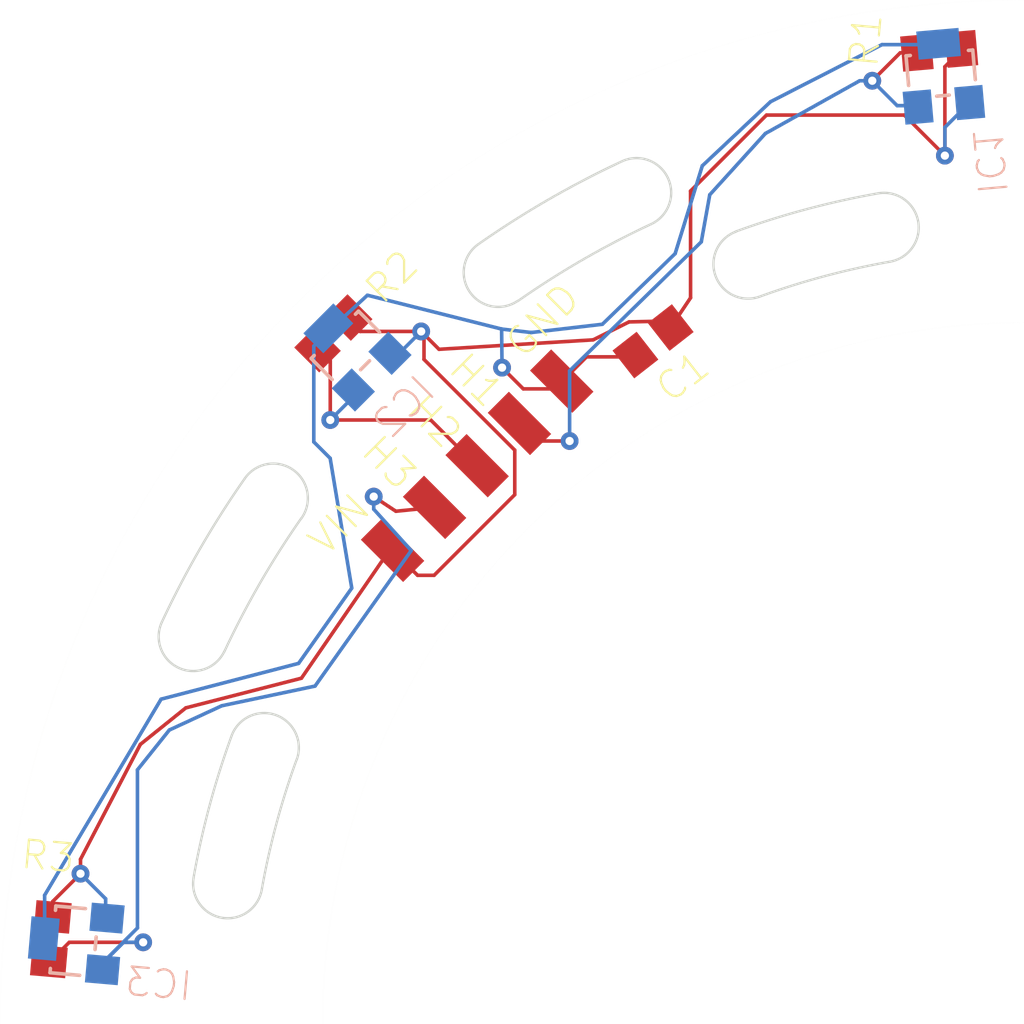
<source format=kicad_pcb>
(kicad_pcb (version 20221018) (generator pcbnew)
  (layers (0 "F.Cu" signal) (31 "B.Cu" signal) (34 "B.Paste" user) (35 "F.Paste" user) (36 "B.SilkS" user "B.Silkscreen") (37 "F.SilkS" user "F.Silkscreen") (38 "B.Mask" user) (39 "F.Mask" user) (44 "Edge.Cuts" user))
  (net 0 "")
  (net 1 "N$1")
  (net 2 "N$3")
  (net 3 "N$5")
  (net 4 "N$6")
  (net 5 "N$7")
  (footprint "Sensor Array:SMD1,27-2,54" (layer "F.Cu") (at -21.4421 -25.520138 45)
    (fp_text reference "H1" (at 0.003377 -3.829485 -45) (layer "F.SilkS") (effects (font (size 1.176528 1.176528) (thickness 0.093472)) (justify left)))
    (fp_text value "")
    (pad "1" smd rect (at 0 0 45) (size 1.27 2.54) (layers "F.Cu" "F.Paste" "F.Mask") (net 5 "N$7"))
  )
  (footprint "Sensor Array:SMD1,27-2,54" (layer "F.Cu") (at -19.64605 -27.316185 45)
    (fp_text reference "GND" (at -0.603773 -2.388042 225) (layer "F.SilkS") (effects (font (size 1.176528 1.176528) (thickness 0.093472)) (justify left)))
    (fp_text value "")
    (pad "1" smd rect (at 0 0 45) (size 1.27 2.54) (layers "F.Cu" "F.Paste" "F.Mask") (net 1 "N$1"))
  )
  (footprint "Sensor Array:R0805" (layer "F.Cu") (at -41.342081 -3.616963 85)
    (fp_text reference "R3" (at 3.494658 -1.634331 355) (layer "F.SilkS") (effects (font (size 1.176528 1.176528) (thickness 0.093472)) (justify left)))
    (fp_text value "10k" hide)
    (pad "1" smd rect (at -0.95 0 85) (size 1.3 1.5) (layers "F.Cu" "F.Paste" "F.Mask") (net 3 "N$5"))
    (pad "2" smd rect (at 0.95 0 85) (size 1.3 1.5) (layers "F.Cu" "F.Paste" "F.Mask") (net 2 "N$3"))
  )
  (footprint "Sensor Array:R0805" (layer "F.Cu") (at -3.616962 -41.342082 5)
    (fp_text reference "R1" (at -3.279915 0.470897 85) (layer "F.SilkS") (effects (font (size 1.176528 1.176528) (thickness 0.093472)) (justify left)))
    (fp_text value "10k" hide)
    (pad "1" smd rect (at -0.95 0 5) (size 1.3 1.5) (layers "F.Cu" "F.Paste" "F.Mask") (net 5 "N$7"))
    (pad "2" smd rect (at 0.95 0 5) (size 1.3 1.5) (layers "F.Cu" "F.Paste" "F.Mask") (net 2 "N$3"))
  )
  (footprint "Sensor Array:C0805" (layer "F.Cu") (at -15.767796 -29.007476 38)
    (fp_text reference "C1" (at -1.153959 1.963272 38) (layer "F.SilkS") (effects (font (size 1.176528 1.176528) (thickness 0.093472)) (justify left)))
    (fp_text value "100nF" hide)
    (pad "1" smd rect (at -0.95 0 38) (size 1.3 1.5) (layers "F.Cu" "F.Paste" "F.Mask") (net 1 "N$1"))
    (pad "2" smd rect (at 0.95 0 38) (size 1.3 1.5) (layers "F.Cu" "F.Paste" "F.Mask") (net 2 "N$3"))
  )
  (footprint "Sensor Array:R0805" (layer "F.Cu") (at -29.344931 -29.344932 45)
    (fp_text reference "R2" (at 2.24202 0.061058 45) (layer "F.SilkS") (effects (font (size 1.176528 1.176528) (thickness 0.093472)) (justify left)))
    (fp_text value "10k")
    (pad "1" smd rect (at -0.95 0 45) (size 1.3 1.5) (layers "F.Cu" "F.Paste" "F.Mask") (net 4 "N$6"))
    (pad "2" smd rect (at 0.95 0 45) (size 1.3 1.5) (layers "F.Cu" "F.Paste" "F.Mask") (net 2 "N$3"))
  )
  (footprint "Sensor Array:SMD1,27-2,54" (layer "F.Cu") (at -23.23815 -23.724079 45)
    (fp_text reference "H2" (at 0.053614 -3.862252 -45) (layer "F.SilkS") (effects (font (size 1.176528 1.176528) (thickness 0.093472)) (justify left)))
    (fp_text value "")
    (pad "1" smd rect (at 0 0 45) (size 1.27 2.54) (layers "F.Cu" "F.Paste" "F.Mask") (net 4 "N$6"))
  )
  (footprint "Sensor Array:SMD1,27-2,54" (layer "F.Cu") (at -25.045684 -21.955747 45)
    (fp_text reference "H3" (at -0.022296 -3.949192 -45) (layer "F.SilkS") (effects (font (size 1.176528 1.176528) (thickness 0.093472)) (justify left)))
    (fp_text value "")
    (pad "1" smd rect (at 0 0 45) (size 1.27 2.54) (layers "F.Cu" "F.Paste" "F.Mask") (net 3 "N$5"))
  )
  (footprint "Sensor Array:SMD1,27-2,54" (layer "F.Cu") (at -26.830256 -20.131976 45)
    (fp_text reference "VIN" (at -2.288369 -2.371664 225) (layer "F.SilkS") (effects (font (size 1.176528 1.176528) (thickness 0.093472)) (justify left)))
    (fp_text value "")
    (pad "1" smd rect (at 0 0 45) (size 1.27 2.54) (layers "F.Cu" "F.Paste" "F.Mask") (net 2 "N$3"))
  )
  (footprint "Sensor Array:SOT23-W" (layer "B.Cu") (at -40.345884 -3.529807 -95)
    (fp_text reference "IC3" (at 1.492022 -5.219774 -5) (layer "B.SilkS") (effects (font (size 1.176528 1.176528) (thickness 0.093472)) (justify left mirror)))
    (fp_text value "A1202LH" hide)
    (fp_line (start -1.4224 -0.3524) (end -1.4224 0.9104) (stroke (width 0.1524)) (layer "B.SilkS"))
    (fp_line (start -1.4224 0.9104) (end -1.2386 0.9104) (stroke (width 0.1524)) (layer "B.SilkS"))
    (fp_line (start 0.2724 -0.9104) (end -0.2614 -0.9104) (stroke (width 0.1524)) (layer "B.SilkS"))
    (fp_line (start 1.2386 0.9104) (end 1.4224 0.9104) (stroke (width 0.1524)) (layer "B.SilkS"))
    (fp_line (start 1.4224 0.9104) (end 1.4224 -0.3524) (stroke (width 0.1524)) (layer "B.SilkS"))
    (pad "1" smd rect (at -1.1 -1.3 265) (size 1.2 1.4) (layers "B.Cu" "B.Paste" "B.Mask") (net 2 "N$3"))
    (pad "2" smd rect (at 1.1 -1.3 265) (size 1.2 1.4) (layers "B.Cu" "B.Paste" "B.Mask") (net 3 "N$5"))
    (pad "3" smd rect (at 0 1.3 265) (size 1.8 1.2) (layers "B.Cu" "B.Paste" "B.Mask") (net 1 "N$1"))
  )
  (footprint "Sensor Array:SOT23-W" (layer "B.Cu") (at -28.637825 -28.637826 -135)
    (fp_text reference "IC2" (at -1.404371 -3.334569 -135) (layer "B.SilkS") (effects (font (size 1.176528 1.176528) (thickness 0.093472)) (justify left mirror)))
    (fp_text value "A1202LH" hide)
    (fp_line (start -1.4224 -0.3524) (end -1.4224 0.9104) (stroke (width 0.1524)) (layer "B.SilkS"))
    (fp_line (start -1.4224 0.9104) (end -1.2386 0.9104) (stroke (width 0.1524)) (layer "B.SilkS"))
    (fp_line (start 0.2724 -0.9104) (end -0.2614 -0.9104) (stroke (width 0.1524)) (layer "B.SilkS"))
    (fp_line (start 1.2386 0.9104) (end 1.4224 0.9104) (stroke (width 0.1524)) (layer "B.SilkS"))
    (fp_line (start 1.4224 0.9104) (end 1.4224 -0.3524) (stroke (width 0.1524)) (layer "B.SilkS"))
    (pad "1" smd rect (at -1.1 -1.3 225) (size 1.2 1.4) (layers "B.Cu" "B.Paste" "B.Mask") (net 2 "N$3"))
    (pad "2" smd rect (at 1.1 -1.3 225) (size 1.2 1.4) (layers "B.Cu" "B.Paste" "B.Mask") (net 4 "N$6"))
    (pad "3" smd rect (at 0 1.3 225) (size 1.8 1.2) (layers "B.Cu" "B.Paste" "B.Mask") (net 1 "N$1"))
  )
  (footprint "Sensor Array:SOT23-W" (layer "B.Cu") (at -3.529806 -40.345885 -175)
    (fp_text reference "IC1" (at -1.702489 -5.339855 -85) (layer "B.SilkS") (effects (font (size 1.176528 1.176528) (thickness 0.093472)) (justify left mirror)))
    (fp_text value "A1202LH" hide)
    (fp_line (start -1.4224 -0.3524) (end -1.4224 0.9104) (stroke (width 0.1524)) (layer "B.SilkS"))
    (fp_line (start -1.4224 0.9104) (end -1.2386 0.9104) (stroke (width 0.1524)) (layer "B.SilkS"))
    (fp_line (start 0.2724 -0.9104) (end -0.2614 -0.9104) (stroke (width 0.1524)) (layer "B.SilkS"))
    (fp_line (start 1.2386 0.9104) (end 1.4224 0.9104) (stroke (width 0.1524)) (layer "B.SilkS"))
    (fp_line (start 1.4224 0.9104) (end 1.4224 -0.3524) (stroke (width 0.1524)) (layer "B.SilkS"))
    (pad "1" smd rect (at -1.1 -1.3 185) (size 1.2 1.4) (layers "B.Cu" "B.Paste" "B.Mask") (net 2 "N$3"))
    (pad "2" smd rect (at 1.1 -1.3 185) (size 1.2 1.4) (layers "B.Cu" "B.Paste" "B.Mask") (net 5 "N$7"))
    (pad "3" smd rect (at 0 1.3 185) (size 1.8 1.2) (layers "B.Cu" "B.Paste" "B.Mask") (net 1 "N$1"))
  )
  (gr_arc (start -6.217025 -35.288403) (mid -4.509456 -34.096408) (end -5.701391 -32.388802) (stroke (width 0.1)) (layer "Edge.Cuts"))
  (gr_arc (start -11.240603 -30.904438) (mid -8.503406 -31.767561) (end -5.701391 -32.388802) (stroke (width 0.1)) (layer "Edge.Cuts"))
  (gr_arc (start -17.093562 -36.647654) (mid -15.134188 -35.938672) (end -15.852608 -33.98273) (stroke (width 0.1)) (layer "Edge.Cuts"))
  (gr_arc (start -21.515595 -30.723934) (mid -23.551878 -31.088224) (end -23.193508 -33.125543) (stroke (width 0.1)) (layer "Edge.Cuts"))
  (gr_arc (start -29.8 -0.000001) (mid -21.071782 -21.071782) (end 0 -29.800001) (stroke (width 0.001)) (layer "Edge.Cuts"))
  (gr_line (start -43.5 -0.000001) (end -29.8 -0.000001) (stroke (width 0.001)) (layer "Edge.Cuts"))
  (gr_arc (start -32.386324 -5.709327) (mid -31.765216 -8.511369) (end -30.902217 -11.248603) (stroke (width 0.1)) (layer "Edge.Cuts"))
  (gr_arc (start -33.971028 -15.834483) (mid -32.461355 -18.735096) (end -30.704748 -21.493176) (stroke (width 0.1)) (layer "Edge.Cuts"))
  (gr_arc (start -32.386325 -5.709327) (mid -34.086699 -4.521798) (end -35.279814 -6.218189) (stroke (width 0.1)) (layer "Edge.Cuts"))
  (gr_arc (start -33.107742 -23.177666) (mid -31.056451 -23.543273) (end -30.700581 -21.490251) (stroke (width 0.1)) (layer "Edge.Cuts"))
  (gr_arc (start -33.97556 -15.836618) (mid -35.921101 -15.134045) (end -36.62948 -17.077514) (stroke (width 0.1)) (layer "Edge.Cuts"))
  (gr_arc (start -35.282217 -6.218603) (mid -34.60608 -9.269672) (end -33.66669 -12.25023) (stroke (width 0.1)) (layer "Edge.Cuts"))
  (gr_arc (start -11.240603 -30.904438) (mid -13.119116 -31.783255) (end -12.246657 -33.664706) (stroke (width 0.1)) (layer "Edge.Cuts"))
  (gr_arc (start -36.62948 -17.077514) (mid -35.001726 -20.204443) (end -33.107827 -23.177726) (stroke (width 0.1)) (layer "Edge.Cuts"))
  (gr_arc (start -33.66669 -12.25023) (mid -31.780648 -13.13303) (end -30.897742 -11.246982) (stroke (width 0.1)) (layer "Edge.Cuts"))
  (gr_line (start 0 -29.800001) (end 0 -43.500001) (stroke (width 0.001)) (layer "Edge.Cuts"))
  (gr_arc (start -21.510635 -30.715299) (mid -18.752912 -32.472465) (end -15.852608 -33.98273) (stroke (width 0.1)) (layer "Edge.Cuts"))
  (gr_arc (start -23.193508 -33.125543) (mid -20.22037 -35.019669) (end -17.093562 -36.647654) (stroke (width 0.1)) (layer "Edge.Cuts"))
  (gr_arc (start -43.5 -0.000001) (mid -30.759145 -30.759145) (end 0 -43.500001) (stroke (width 0.001)) (layer "Edge.Cuts"))
  (gr_arc (start -12.248331 -33.671678) (mid -9.26796 -34.611661) (end -6.217025 -35.288403) (stroke (width 0.1)) (layer "Edge.Cuts"))
  (segment (start -19.5072 -27.432001) (end -18.5928 -28.346401) (width 0.1524) (layer "F.Cu") (net 1))
  (segment (start -22.1804 -27.888401) (end -21.2784 -26.986401) (width 0.1524) (layer "F.Cu") (net 1))
  (segment (start -16.6116 -28.346401) (end -16.516406 -28.422594) (width 0.1524) (layer "F.Cu") (net 1))
  (segment (start -19.64605 -27.316185) (end -19.975834 -26.986401) (width 0.1524) (layer "F.Cu") (net 1))
  (segment (start -19.975834 -26.986401) (end -21.2784 -26.986401) (width 0.1524) (layer "F.Cu") (net 1))
  (segment (start -19.5072 -27.432001) (end -19.64605 -27.316185) (width 0.1524) (layer "F.Cu") (net 1))
  (segment (start -18.5928 -28.346401) (end -16.6116 -28.346401) (width 0.1524) (layer "F.Cu") (net 1))
  (via (at -22.1804 -27.888401) (size 0.7564) (drill 0.35) (layers "F.Cu" "B.Cu") (net 1))
  (segment (start -41.640937 -3.643107) (end -41.6052 -3.657601) (width 0.1524) (layer "B.Cu") (net 1))
  (segment (start -29.5656 -29.413201) (end -29.557065 -29.557063) (width 0.1524) (layer "B.Cu") (net 1))
  (segment (start -13.676552 -36.459348) (end -10.78 -39.180001) (width 0.1524) (layer "B.Cu") (net 1))
  (segment (start -17.92 -29.730001) (end -14.83 -32.730001) (width 0.1524) (layer "B.Cu") (net 1))
  (segment (start -10.78 -39.180001) (end -6.0448 -41.605201) (width 0.1524) (layer "B.Cu") (net 1))
  (segment (start -41.6052 -5.484488) (end -36.66 -13.810001) (width 0.1524) (layer "B.Cu") (net 1))
  (segment (start -30.82 -15.330001) (end -28.562834 -18.526854) (width 0.1524) (layer "B.Cu") (net 1))
  (segment (start -30.1752 -24.735201) (end -30.1752 -28.803601) (width 0.1524) (layer "B.Cu") (net 1))
  (segment (start -30.1752 -28.803601) (end -29.5656 -29.413201) (width 0.1524) (layer "B.Cu") (net 1))
  (segment (start -22.199303 -29.527253) (end -22.1804 -27.888401) (width 0.1524) (layer "B.Cu") (net 1))
  (segment (start -6.0448 -41.605201) (end -3.6576 -41.605201) (width 0.1524) (layer "B.Cu") (net 1))
  (segment (start -29.48 -24.040001) (end -30.1752 -24.735201) (width 0.1524) (layer "B.Cu") (net 1))
  (segment (start -29.557065 -29.557063) (end -29.4132 -29.565601) (width 0.1524) (layer "B.Cu") (net 1))
  (segment (start -41.6052 -3.657601) (end -41.6052 -5.484488) (width 0.1524) (layer "B.Cu") (net 1))
  (segment (start -27.897867 -30.963477) (end -22.199303 -29.527253) (width 0.1524) (layer "B.Cu") (net 1))
  (segment (start -36.66 -13.810001) (end -30.82 -15.330001) (width 0.1524) (layer "B.Cu") (net 1))
  (segment (start -28.562834 -18.526854) (end -29.48 -24.040001) (width 0.1524) (layer "B.Cu") (net 1))
  (segment (start -29.4132 -29.565601) (end -27.897867 -30.963477) (width 0.1524) (layer "B.Cu") (net 1))
  (segment (start -20.94 -29.380001) (end -17.92 -29.730001) (width 0.1524) (layer "B.Cu") (net 1))
  (segment (start -3.6576 -41.605201) (end -3.643109 -41.640935) (width 0.1524) (layer "B.Cu") (net 1))
  (segment (start -22.199303 -29.527253) (end -20.94 -29.380001) (width 0.1524) (layer "B.Cu") (net 1))
  (segment (start -14.83 -32.730001) (end -13.676552 -36.459348) (width 0.1524) (layer "B.Cu") (net 1))
  (segment (start -14.1752 -35.389201) (end -10.9508 -38.613601) (width 0.1524) (layer "F.Cu") (net 2))
  (segment (start -14.1752 -30.855016) (end -14.1752 -35.389201) (width 0.1524) (layer "F.Cu") (net 2))
  (segment (start -18.314353 -29.067826) (end -16.79 -29.830001) (width 0.1524) (layer "F.Cu") (net 2))
  (segment (start -26.9748 -20.116801) (end -30.7 -14.700001) (width 0.1524) (layer "F.Cu") (net 2))
  (segment (start -24.856859 -28.66726) (end -18.314353 -29.067826) (width 0.1524) (layer "F.Cu") (net 2))
  (segment (start -25.0664 -19.069201) (end -25.767481 -19.069201) (width 0.1524) (layer "F.Cu") (net 2))
  (segment (start -15.169275 -29.868001) (end -15.019184 -29.592354) (width 0.1524) (layer "F.Cu") (net 2))
  (segment (start -5.0976 -38.613601) (end -10.9508 -38.613601) (width 0.1524) (layer "F.Cu") (net 2))
  (segment (start -25.4948 -28.238001) (end -21.6408 -24.384001) (width 0.1524) (layer "F.Cu") (net 2))
  (segment (start -25.6152 -29.425601) (end -24.856859 -28.66726) (width 0.1524) (layer "F.Cu") (net 2))
  (segment (start -35.61 -13.440001) (end -37.54 -11.890001) (width 0.1524) (layer "F.Cu") (net 2))
  (segment (start -16.79 -29.830001) (end -15.169275 -29.868001) (width 0.1524) (layer "F.Cu") (net 2))
  (segment (start -30.7 -14.700001) (end -35.61 -13.440001) (width 0.1524) (layer "F.Cu") (net 2))
  (segment (start -3.3752 -36.891201) (end -5.0976 -38.613601) (width 0.1524) (layer "F.Cu") (net 2))
  (segment (start -26.9748 -20.116801) (end -26.830256 -20.131976) (width 0.1524) (layer "F.Cu") (net 2))
  (segment (start -40.0812 -6.398801) (end -41.259281 -5.220719) (width 0.1524) (layer "F.Cu") (net 2))
  (segment (start -25.6152 -29.425601) (end -25.4948 -29.305201) (width 0.1524) (layer "F.Cu") (net 2))
  (segment (start -28.6512 -29.870401) (end -28.673178 -30.016682) (width 0.1524) (layer "F.Cu") (net 2))
  (segment (start -37.54 -11.890001) (end -40.0812 -7.010401) (width 0.1524) (layer "F.Cu") (net 2))
  (segment (start -40.0812 -7.010401) (end -40.0812 -6.398801) (width 0.1524) (layer "F.Cu") (net 2))
  (segment (start -21.6408 -24.384001) (end -21.6408 -22.494801) (width 0.1524) (layer "F.Cu") (net 2))
  (segment (start -28.6512 -29.870401) (end -28.2064 -29.425601) (width 0.1524) (layer "F.Cu") (net 2))
  (segment (start -3.3752 -40.668401) (end -3.3752 -36.891201) (width 0.1524) (layer "F.Cu") (net 2))
  (segment (start -41.259281 -4.563347) (end -41.259281 -5.220719) (width 0.1524) (layer "F.Cu") (net 2))
  (segment (start -25.4948 -29.305201) (end -25.4948 -28.238001) (width 0.1524) (layer "F.Cu") (net 2))
  (segment (start -28.2064 -29.425601) (end -25.6152 -29.425601) (width 0.1524) (layer "F.Cu") (net 2))
  (segment (start -14.1752 -30.855016) (end -15.019184 -29.592354) (width 0.1524) (layer "F.Cu") (net 2))
  (segment (start -2.7432 -41.300401) (end -2.670575 -41.424879) (width 0.1524) (layer "F.Cu") (net 2))
  (segment (start -26.830256 -20.131976) (end -25.767481 -19.069201) (width 0.1524) (layer "F.Cu") (net 2))
  (segment (start -21.6408 -22.494801) (end -25.0664 -19.069201) (width 0.1524) (layer "F.Cu") (net 2))
  (segment (start -2.7432 -41.300401) (end -3.3752 -40.668401) (width 0.1524) (layer "F.Cu") (net 2))
  (via (at -40.0812 -6.398801) (size 0.7564) (drill 0.35) (layers "F.Cu" "B.Cu") (net 2))
  (via (at -25.6152 -29.425601) (size 0.7564) (drill 0.35) (layers "F.Cu" "B.Cu") (net 2))
  (via (at -3.3752 -36.891201) (size 0.7564) (drill 0.35) (layers "F.Cu" "B.Cu") (net 2))
  (segment (start -3.3752 -38.092191) (end -3.3752 -36.891201) (width 0.1524) (layer "B.Cu") (net 2))
  (segment (start -25.6152 -29.425601) (end -26.544396 -28.496404) (width 0.1524) (layer "B.Cu") (net 2))
  (segment (start -39.0144 -4.572001) (end -38.954962 -4.512316) (width 0.1524) (layer "B.Cu") (net 2))
  (segment (start -26.940768 -28.496404) (end -26.544396 -28.496404) (width 0.1524) (layer "B.Cu") (net 2))
  (segment (start -2.32069 -39.146701) (end -3.3752 -38.092191) (width 0.1524) (layer "B.Cu") (net 2))
  (segment (start -39.0144 -5.332001) (end -39.0144 -4.572001) (width 0.1524) (layer "B.Cu") (net 2))
  (segment (start -39.0144 -5.332001) (end -40.0812 -6.398801) (width 0.1524) (layer "B.Cu") (net 2))
  (segment (start -26.689281 -21.789501) (end -25.045684 -21.955747) (width 0.1524) (layer "F.Cu") (net 3))
  (segment (start -26.689281 -21.789501) (end -27.6304 -22.411201) (width 0.1524) (layer "F.Cu") (net 3))
  (segment (start -41.3004 -2.743201) (end -41.424878 -2.670576) (width 0.1524) (layer "F.Cu") (net 3))
  (segment (start -40.5584 -3.485201) (end -37.4212 -3.485201) (width 0.1524) (layer "F.Cu") (net 3))
  (segment (start -41.3004 -2.743201) (end -40.5584 -3.485201) (width 0.1524) (layer "F.Cu") (net 3))
  (via (at -27.6304 -22.411201) (size 0.7564) (drill 0.35) (layers "F.Cu" "B.Cu") (net 3))
  (via (at -37.4212 -3.485201) (size 0.7564) (drill 0.35) (layers "F.Cu" "B.Cu") (net 3))
  (segment (start -27.6304 -22.411201) (end -27.6304 -21.877251) (width 0.1524) (layer "B.Cu") (net 3))
  (segment (start -38.25219 -3.485201) (end -37.4212 -3.485201) (width 0.1524) (layer "B.Cu") (net 3))
  (segment (start -27.6304 -21.877251) (end -26.037884 -20.120526) (width 0.1524) (layer "B.Cu") (net 3))
  (segment (start -37.6636 -10.807482) (end -37.6636 -4.094001) (width 0.1524) (layer "B.Cu") (net 3))
  (segment (start -39.146703 -2.320688) (end -39.146703 -2.590688) (width 0.1524) (layer "B.Cu") (net 3))
  (segment (start -26.037884 -20.120526) (end -30.122662 -14.364864) (width 0.1524) (layer "B.Cu") (net 3))
  (segment (start -36.31 -12.500001) (end -37.6636 -10.807482) (width 0.1524) (layer "B.Cu") (net 3))
  (segment (start -39.0144 -2.743201) (end -39.0144 -2.438401) (width 0.1524) (layer "B.Cu") (net 3))
  (segment (start -30.122662 -14.364864) (end -34.08 -13.530001) (width 0.1524) (layer "B.Cu") (net 3))
  (segment (start -39.0144 -2.438401) (end -39.146703 -2.320688) (width 0.1524) (layer "B.Cu") (net 3))
  (segment (start -34.08 -13.530001) (end -36.31 -12.500001) (width 0.1524) (layer "B.Cu") (net 3))
  (segment (start -37.6636 -4.094001) (end -39.0144 -2.743201) (width 0.1524) (layer "B.Cu") (net 3))
  (segment (start -39.146703 -2.590688) (end -38.25219 -3.485201) (width 0.1524) (layer "B.Cu") (net 3))
  (segment (start -23.3172 -23.774401) (end -23.23815 -23.724079) (width 0.1524) (layer "F.Cu") (net 4))
  (segment (start -23.3172 -23.774401) (end -25.208 -25.665201) (width 0.1524) (layer "F.Cu") (net 4))
  (segment (start -29.4756 -28.256401) (end -29.4756 -25.665201) (width 0.1524) (layer "F.Cu") (net 4))
  (segment (start -25.208 -25.665201) (end -29.4756 -25.665201) (width 0.1524) (layer "F.Cu") (net 4))
  (segment (start -29.8704 -28.651201) (end -29.4756 -28.256401) (width 0.1524) (layer "F.Cu") (net 4))
  (segment (start -29.8704 -28.651201) (end -30.016681 -28.673179) (width 0.1524) (layer "F.Cu") (net 4))
  (via (at -29.4756 -25.665201) (size 0.7564) (drill 0.35) (layers "F.Cu" "B.Cu") (net 4))
  (segment (start -28.496406 -26.940766) (end -28.496406 -26.644394) (width 0.1524) (layer "B.Cu") (net 4))
  (segment (start -28.496406 -26.644394) (end -29.4756 -25.665201) (width 0.1524) (layer "B.Cu") (net 4))
  (segment (start -5.270718 -41.259282) (end -6.4588 -40.071201) (width 0.1524) (layer "F.Cu") (net 5))
  (segment (start -19.3116 -24.772801) (end -20.694762 -24.772801) (width 0.1524) (layer "F.Cu") (net 5))
  (segment (start -21.4421 -25.520138) (end -20.694762 -24.772801) (width 0.1524) (layer "F.Cu") (net 5))
  (segment (start -4.563346 -41.259282) (end -5.270718 -41.259282) (width 0.1524) (layer "F.Cu") (net 5))
  (via (at -6.4588 -40.071201) (size 0.7564) (drill 0.35) (layers "F.Cu" "B.Cu") (net 5))
  (via (at -19.3116 -24.772801) (size 0.7564) (drill 0.35) (layers "F.Cu" "B.Cu") (net 5))
  (segment (start -11 -37.830001) (end -13.36 -35.230001) (width 0.1524) (layer "B.Cu") (net 5))
  (segment (start -13.36 -35.230001) (end -13.72 -33.230001) (width 0.1524) (layer "B.Cu") (net 5))
  (segment (start -19.3116 -24.772801) (end -19.3116 -27.752801) (width 0.1524) (layer "B.Cu") (net 5))
  (segment (start -13.72 -33.230001) (end -19.3116 -27.752801) (width 0.1524) (layer "B.Cu") (net 5))
  (segment (start -6.9932 -40.071201) (end -6.4588 -40.071201) (width 0.1524) (layer "B.Cu") (net 5))
  (segment (start -6.9932 -40.071201) (end -11 -37.830001) (width 0.1524) (layer "B.Cu") (net 5))
  (segment (start -5.402 -39.014401) (end -6.4588 -40.071201) (width 0.1524) (layer "B.Cu") (net 5))
  (segment (start -4.572 -39.014401) (end -4.512318 -38.95496) (width 0.1524) (layer "B.Cu") (net 5))
  (segment (start -5.402 -39.014401) (end -4.572 -39.014401) (width 0.1524) (layer "B.Cu") (net 5))
)
</source>
